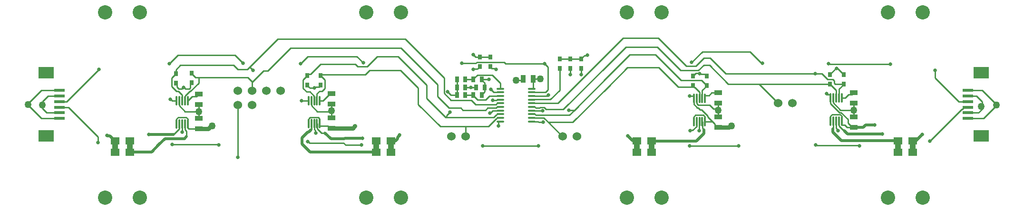
<source format=gbr>
G04*
G04 #@! TF.GenerationSoftware,Altium Limited,Altium Designer,24.10.1 (45)*
G04*
G04 Layer_Physical_Order=1*
G04 Layer_Color=255*
%FSLAX25Y25*%
%MOIN*%
G70*
G04*
G04 #@! TF.SameCoordinates,FEB186AE-86F8-48D3-B7AD-D45B87300DC1*
G04*
G04*
G04 #@! TF.FilePolarity,Positive*
G04*
G01*
G75*
%ADD10C,0.01000*%
%ADD15R,0.11024X0.08268*%
%ADD16R,0.07480X0.02362*%
%ADD17R,0.05512X0.03740*%
%ADD19O,0.05512X0.01378*%
%ADD20R,0.03150X0.03543*%
%ADD21R,0.03740X0.05512*%
%ADD22R,0.03150X0.03937*%
%ADD33O,0.01181X0.06693*%
%AMCUSTOMSHAPE34*
4,1,4,-0.03150,0.02362,-0.03150,-0.02756,0.03150,-0.02756,0.03150,0.02362,-0.03150,0.02362,0.0*%
%ADD34CUSTOMSHAPE34*%

%AMCUSTOMSHAPE35*
4,1,4,0.03150,0.02362,-0.03150,0.02362,-0.03150,-0.02756,0.03150,-0.02756,0.03150,0.02362,0.0*%
%ADD35CUSTOMSHAPE35*%

%ADD36C,0.01968*%
%ADD37C,0.02953*%
%ADD38C,0.03937*%
%ADD39C,0.06000*%
%ADD40C,0.10000*%
%ADD41C,0.02600*%
%ADD42C,0.02598*%
%ADD43C,0.05000*%
D10*
X420284Y71465D02*
X434063Y85244D01*
X456110D01*
X469496Y71858D01*
X420284Y78945D02*
X435638Y94299D01*
X453748D02*
X471464Y76583D01*
X435638Y94299D02*
X453748D01*
X471464Y83276D02*
X471465Y83276D01*
X420284Y87213D02*
X432882Y99811D01*
X454929D02*
X471464Y83276D01*
X432882Y99811D02*
X454929D01*
X455717Y106110D02*
X471464Y90362D01*
X420284Y95284D02*
X431110Y106110D01*
X455717D01*
X324213Y71500D02*
X328000D01*
X331953Y76606D02*
X334000Y74559D01*
Y71594D02*
Y74559D01*
X333906Y71500D02*
X334000Y71594D01*
X331953Y66394D02*
X334000Y68441D01*
X333906Y71500D02*
X334000Y71406D01*
Y68441D02*
Y71406D01*
X331953Y76606D02*
Y77000D01*
X331953Y66000D02*
Y66394D01*
X343500Y47310D02*
X343675Y47484D01*
X344976D01*
X343500Y44500D02*
Y47310D01*
X592500Y50642D02*
Y55500D01*
Y60358D01*
X591305Y66447D02*
X592500Y67642D01*
X588947Y66447D02*
X591305D01*
X586496Y63996D02*
X588947Y66447D01*
X584252Y63996D02*
X586496D01*
X588143Y43358D02*
X591614D01*
X592500D01*
X588488Y46484D02*
X591614Y43358D01*
X586342Y45158D02*
X588143Y43358D01*
X584252Y45242D02*
Y47854D01*
Y45242D02*
X584336Y45158D01*
X586342D01*
X588488Y46484D02*
Y49012D01*
X582716Y53744D02*
X583756D01*
X588488Y49012D01*
X496614Y44244D02*
X497500Y43358D01*
X493533Y47429D02*
X495244Y45718D01*
X495716Y44256D02*
X496706D01*
X495244Y44728D02*
X495716Y44256D01*
X495244Y44728D02*
Y45718D01*
X493023Y67642D02*
X497500D01*
X491208Y65827D02*
X493023Y67642D01*
X497500Y50642D02*
Y55500D01*
Y60358D01*
X496735Y56265D02*
X497500Y55500D01*
X494235Y56265D02*
X496735D01*
X483735Y58968D02*
X491532D01*
X494235Y56265D01*
X402772Y92618D02*
X403848Y93694D01*
X405694D01*
X406000Y94000D01*
X401500Y91543D02*
X402575Y92618D01*
X402772D01*
X401500Y91346D02*
Y91543D01*
Y80500D02*
Y84654D01*
X394000Y80500D02*
Y84654D01*
X339500Y62500D02*
X342469D01*
X342807Y62839D02*
X344976D01*
X342469Y62500D02*
X342807Y62839D01*
X338000Y85803D02*
X339075Y84728D01*
X338000Y85803D02*
Y86000D01*
X339075Y84728D02*
X340839D01*
X341567Y84000D01*
X342000D01*
X329425Y84728D02*
X330500Y85803D01*
X329228Y84728D02*
X329425D01*
X326300Y84300D02*
X328800D01*
X330500Y85803D02*
Y86000D01*
X328800Y84300D02*
X329228Y84728D01*
X326000Y84000D02*
X326300Y84300D01*
X326000Y94500D02*
X327807Y92693D01*
X330500D01*
X368142Y77500D02*
X373000D01*
X359858Y76500D02*
X360858Y77500D01*
X356000Y76500D02*
X359858D01*
X216704Y54500D02*
X226500D01*
Y59858D01*
Y50142D02*
Y54500D01*
X218315Y48856D02*
X218437Y48734D01*
Y44572D02*
X218521Y44488D01*
X225614Y42858D02*
X226500D01*
X210685Y49450D02*
X211767Y50532D01*
X217233D02*
X218315Y49450D01*
X223984Y44488D02*
X225614Y42858D01*
X210685Y48856D02*
Y49450D01*
X210563Y48734D02*
X210685Y48856D01*
X210563Y45929D02*
Y48734D01*
X218315Y48856D02*
Y49450D01*
X218521Y44488D02*
X223984D01*
X218437Y44572D02*
Y48734D01*
X211767Y50532D02*
X217233D01*
X220543Y62071D02*
X225614Y67142D01*
X218437Y62071D02*
X220543D01*
X225614Y67142D02*
X226500D01*
X133500Y54500D02*
Y59358D01*
Y49642D02*
Y54500D01*
X132000Y65142D02*
X133500Y66642D01*
X484933Y81165D02*
X485480Y80618D01*
X484741Y81500D02*
X484933D01*
X481957D02*
X484741D01*
X394000Y91346D02*
X401500D01*
X386500D02*
X394000D01*
X385736D02*
X386500D01*
X368142Y70690D02*
Y77500D01*
X125937Y45858D02*
X125972Y45824D01*
X125902Y45893D02*
X125937Y45858D01*
X126613Y42358D02*
X133500D01*
X125000Y37000D02*
Y40615D01*
X123969Y45858D02*
X124003Y45824D01*
X125972Y43000D02*
Y45824D01*
Y43000D02*
X126613Y42358D01*
X124003Y41611D02*
X125000Y40615D01*
X124003Y41611D02*
Y45824D01*
X471464Y71858D02*
X471465D01*
X469496D02*
X471464D01*
X471465D02*
X479205D01*
X480000Y72654D01*
X471464Y76583D02*
X471465Y76583D01*
X471728Y76319D01*
X486032D01*
X237449Y80500D02*
X250421D01*
X253421Y83500D01*
X275020D01*
X158000Y87000D02*
X161000Y84000D01*
X167500D02*
X169250Y85750D01*
X161000Y84000D02*
X167500D01*
X120610Y87000D02*
X158000D01*
X484933Y81165D02*
Y81500D01*
X484741Y80909D02*
Y81500D01*
X471465Y83276D02*
X483776D01*
X488425Y80618D02*
X489500Y79543D01*
X487500Y87000D02*
X491500D01*
X483776Y83276D02*
X487500Y87000D01*
X485480Y80618D02*
X488425D01*
X475383Y86444D02*
X481944D01*
X487500Y92000D02*
X492000D01*
X481944Y86444D02*
X487500Y92000D01*
X492000D02*
X503000Y81000D01*
X486500Y96500D02*
X520067D01*
X479000Y89000D02*
X486500Y96500D01*
X520067D02*
X528067Y88500D01*
X491500Y87000D02*
X504685Y73815D01*
X526185D01*
X480000Y79543D02*
X481957Y81500D01*
X471465Y83276D02*
X471465D01*
X420283Y95283D02*
X420284Y95284D01*
X385280Y60280D02*
X420283Y95283D01*
X367024Y60280D02*
X385280D01*
X318772Y55500D02*
X334500D01*
X336000Y57000D01*
X342087D01*
X309000D02*
X317272D01*
X318772Y55500D01*
X210226Y78924D02*
Y80338D01*
X307164Y50836D02*
Y51664D01*
X301000Y65000D02*
X309000Y57000D01*
X342087D02*
X342807Y57720D01*
X307164Y51664D02*
X309500Y54000D01*
X307164Y50836D02*
X307744Y50256D01*
X127713Y68744D02*
X133500Y74531D01*
Y78417D01*
X167997D01*
X131429D02*
X133500D01*
X218909Y87606D02*
X237449D01*
X237449D01*
X243354D01*
X211989Y80686D02*
X218909Y87606D01*
X243354D02*
X244929Y86032D01*
X117500Y83890D02*
X120610Y87000D01*
X167997Y78417D02*
X171000Y75414D01*
X128500Y81150D02*
X131331Y78319D01*
X128500Y81346D02*
X131429Y78417D01*
X171000Y75000D02*
Y75414D01*
Y75000D02*
X179000Y83000D01*
X171000Y69000D02*
Y75000D01*
X179000Y83000D02*
X182000D01*
X237449Y105323D02*
X278177D01*
X169250Y85750D02*
X188823Y105323D01*
X237449D01*
X237449D01*
X169250Y85750D02*
X171500Y83500D01*
X119000Y94000D02*
X159000D01*
X113000Y88000D02*
X119000Y94000D01*
X159000D02*
X164500Y88500D01*
X182000Y83000D02*
X198024Y99024D01*
X128500Y81150D02*
Y81346D01*
X219457Y80500D02*
X237449D01*
X219000Y80043D02*
X219457Y80500D01*
X237449D02*
X237449D01*
X244929Y86032D02*
X251622D01*
X210226Y80338D02*
X210575Y80686D01*
X211989D01*
X210000Y93000D02*
X237449D01*
X237449D01*
X244454D01*
X248866Y88587D01*
X205000Y88000D02*
X210000Y93000D01*
X273276Y93118D02*
X288630Y77764D01*
X258709Y93118D02*
X273276D01*
X251622Y86032D02*
X258709Y93118D01*
X275476Y99024D02*
X301000Y73500D01*
X198024Y99024D02*
X237449D01*
X275476D01*
X288630Y77764D02*
X293354Y73039D01*
X301000Y65000D02*
Y73500D01*
X293354Y63646D02*
X306744Y50256D01*
X307744D01*
X293354Y63646D02*
Y73039D01*
X287449Y59551D02*
X303000Y44000D01*
X320500D01*
X287449Y59551D02*
Y71071D01*
X307744Y50256D02*
X340371D01*
X278177Y105323D02*
X305500Y78000D01*
Y67314D02*
Y78000D01*
X275020Y83500D02*
X287449Y71071D01*
X320500Y37000D02*
Y44000D01*
Y35916D02*
Y37000D01*
X308056Y68373D02*
X310429Y66000D01*
X305500Y67314D02*
X310314Y62500D01*
X310429Y66000D02*
X314547D01*
X310314Y62500D02*
X324500D01*
X327500Y59500D01*
X342028D01*
X336675Y44000D02*
X342104Y49429D01*
X320500Y44000D02*
X336675D01*
X503000Y81000D02*
X565500D01*
X570460D01*
X574299Y77161D01*
X471465Y90362D02*
X475383Y86444D01*
X489500Y79346D02*
Y79543D01*
X480000Y79346D02*
Y79543D01*
X526185Y73815D02*
X541276Y58724D01*
X526185Y73815D02*
X576075D01*
X528067Y88500D02*
X528500D01*
X393000Y55500D02*
X396839D01*
X377115Y56000D02*
X389071D01*
X420283Y87213D01*
X420284Y87213D01*
X393339Y52000D02*
X396839Y55500D01*
X369795Y52000D02*
X393339D01*
X396839Y55500D02*
X420283Y78945D01*
X395819Y47000D02*
X420283Y71465D01*
X420284Y71465D01*
X378500Y47000D02*
X395819D01*
X420283Y78945D02*
X420284Y78945D01*
X378500Y47000D02*
X389788Y35712D01*
X375805Y49695D02*
X378500Y47000D01*
X375457Y50043D02*
X375805Y49695D01*
X371485Y47484D02*
X372026Y46943D01*
X367024Y50043D02*
X375457D01*
X372026Y46943D02*
X374943D01*
X471464Y90362D02*
X471465Y90362D01*
X372908Y57556D02*
X375559D01*
X372458Y57106D02*
X372908Y57556D01*
X375559D02*
X377115Y56000D01*
X369807Y57106D02*
X372458D01*
X369193Y57720D02*
X369807Y57106D01*
X367024Y57720D02*
X369193D01*
X374411Y55089D02*
X374500Y55000D01*
X369193Y52602D02*
X369795Y52000D01*
X367024Y55161D02*
X367096Y55089D01*
X374411D01*
X367024Y52602D02*
X369193D01*
X237449Y26189D02*
X237449D01*
X379911Y62911D02*
X386500Y69500D01*
Y85698D01*
X378346Y69846D02*
Y85654D01*
X376529Y68029D02*
X378346Y69846D01*
X581500Y41000D02*
Y41433D01*
X580315Y42618D02*
X581500Y41433D01*
X580315Y42618D02*
Y47854D01*
X582318Y44421D02*
X585739Y41000D01*
X603113Y38787D02*
X603114D01*
X585739Y41000D02*
X586000D01*
X582318Y44421D02*
Y47820D01*
X484460Y41000D02*
X484480Y41020D01*
Y47409D02*
X484500Y47429D01*
X484480Y41020D02*
Y47409D01*
X486503Y42611D02*
X487500Y41615D01*
X486503Y42611D02*
Y47395D01*
X478000Y41000D02*
X478306Y41306D01*
X479807D01*
X482497Y43996D01*
X214622Y41894D02*
X215194Y41322D01*
Y39806D02*
Y41322D01*
X214535Y42731D02*
X214622Y42644D01*
X212382Y41716D02*
X212497Y41831D01*
X214535Y42731D02*
Y45895D01*
X214500Y45929D02*
X214535Y45895D01*
X214622Y41894D02*
Y42644D01*
X212497Y41831D02*
Y45895D01*
X212532Y45929D01*
X215194Y39806D02*
X215500Y39500D01*
X234949Y32500D02*
X236535Y30913D01*
X211386Y32500D02*
X234949D01*
X210000Y33500D02*
X210386D01*
X211386Y32500D01*
X216503Y42496D02*
X219499Y39500D01*
X222000D01*
X216503Y42496D02*
Y45895D01*
X235700Y35256D02*
X236082Y35638D01*
X161000Y22500D02*
Y59000D01*
X122000Y40000D02*
Y45858D01*
X105795Y31307D02*
X105795Y31307D01*
X105795Y38394D02*
X105795D01*
X115966D02*
X119997Y42425D01*
X115250Y31250D02*
X147250D01*
X147500Y31000D01*
X115000Y31500D02*
X115250Y31250D01*
X236535Y30913D02*
X247685D01*
X649571Y78158D02*
X666244Y61484D01*
X672583D01*
X649571Y78158D02*
Y83276D01*
X646028Y33721D02*
X668338Y56032D01*
X646028Y33669D02*
Y33721D01*
X42169Y57531D02*
X62882Y36819D01*
Y32882D02*
Y36819D01*
X35902Y57531D02*
X42169D01*
X41075Y61468D02*
X63669Y84063D01*
X35902Y61468D02*
X41075D01*
X672583Y61484D02*
X672598Y61469D01*
X477500Y30500D02*
X512000D01*
X575197Y87803D02*
X618272D01*
X618469Y87606D01*
X575000Y88000D02*
X575197Y87803D01*
X566000Y31000D02*
X566250Y30750D01*
X596250D01*
X596500Y30500D01*
X376000Y88000D02*
X378346Y85654D01*
X347700Y89028D02*
X348728Y88000D01*
X376000D01*
X328405Y89028D02*
X347700D01*
X367096Y68029D02*
X376529D01*
X367024Y65398D02*
X378398D01*
X367096Y62911D02*
X379911D01*
X332500Y30500D02*
X371500D01*
X318000Y88500D02*
X327877D01*
X328405Y89028D01*
X330500Y92693D02*
X338000D01*
X367024Y47484D02*
X371485D01*
X367024Y62839D02*
X367096Y62911D01*
X367024Y67957D02*
X367096Y68029D01*
X367967Y70516D02*
X368142Y70690D01*
X367024Y70516D02*
X367967D01*
X314500Y71500D02*
Y77000D01*
Y71500D02*
X314547Y71453D01*
Y66000D02*
Y71453D01*
X331953Y77000D02*
X337000D01*
X328878Y80224D02*
X339276D01*
X344976Y74524D01*
Y70516D02*
Y74524D01*
X337933Y53500D02*
X339522Y55089D01*
X344904D01*
X337500Y53500D02*
X337933D01*
X344904Y55089D02*
X344976Y55161D01*
X342104Y51988D02*
X342193D01*
X342807Y52602D01*
X340371Y50256D02*
X342104Y51988D01*
X342193Y49429D02*
X342807Y50043D01*
X342104Y49429D02*
X342193D01*
X342807Y50043D02*
X344976D01*
X342807Y52602D02*
X344976D01*
X340433Y68029D02*
X344904D01*
X338462Y70000D02*
X340433Y68029D01*
X338444Y70000D02*
X338462D01*
X344904Y68029D02*
X344976Y67957D01*
X320406Y71500D02*
X324213D01*
X337154Y65398D02*
X344976D01*
X334532Y62776D02*
X337154Y65398D01*
X328878Y62776D02*
X334532D01*
X326047Y65606D02*
X328878Y62776D01*
X326047Y65606D02*
Y66000D01*
X326047Y77394D02*
X328878Y80224D01*
X326047Y77000D02*
Y77394D01*
X320453Y66000D02*
X326047D01*
X320406Y77000D02*
X326047D01*
X342028Y59500D02*
X342807Y60280D01*
X344976D01*
X342807Y57720D02*
X344976D01*
X633823Y34063D02*
X636185D01*
X582284Y47854D02*
X582318Y47820D01*
X578347Y42772D02*
Y47854D01*
X577852Y42277D02*
X578347Y42772D01*
X682500Y56000D02*
Y61500D01*
X580707Y84824D02*
X581219D01*
X580194D02*
X580707D01*
X576378Y63996D02*
Y66168D01*
X576294Y66252D02*
X576378Y66168D01*
X574248Y66252D02*
X576294D01*
X573500Y67000D02*
X574248Y66252D01*
X576413Y60048D02*
Y63961D01*
X576378Y63996D02*
X576413Y63961D01*
Y60048D02*
X582716Y53744D01*
X578381Y60563D02*
X583444Y55500D01*
X592500D01*
X578381Y60563D02*
Y63961D01*
X577582Y52457D02*
X583048D01*
X578347Y63996D02*
X578381Y63961D01*
X584217Y47889D02*
Y51288D01*
X583048Y52457D02*
X584217Y51288D01*
Y47889D02*
X584252Y47854D01*
X576413Y51288D02*
X577582Y52457D01*
X576413Y47889D02*
Y51288D01*
X576378Y47854D02*
X576413Y47889D01*
X576075Y80705D02*
X580194Y84824D01*
X585500Y80346D02*
Y80543D01*
X581219Y84824D02*
X585500Y80543D01*
X576075Y80508D02*
Y80705D01*
X577851Y77161D02*
X578905Y76107D01*
Y74239D02*
X579491Y73654D01*
X578905Y74239D02*
Y76107D01*
X579491Y73654D02*
X585500D01*
X574299Y77161D02*
X577851D01*
X585500Y73457D02*
Y73654D01*
X576075Y73618D02*
Y73815D01*
X489500Y72457D02*
Y72851D01*
X486032Y76319D02*
X489500Y72851D01*
X576075Y73618D02*
X580315Y69378D01*
Y63996D02*
Y69378D01*
X582284Y63996D02*
Y70240D01*
X585500Y73457D01*
X437606Y34063D02*
X440756D01*
X482497Y43996D02*
Y47395D01*
X482532Y47429D01*
X486469D02*
X486503Y47395D01*
X477500Y65500D02*
X480479D01*
X480563Y63571D02*
Y65416D01*
X480479Y65500D02*
X480563Y65416D01*
X482566Y60137D02*
X483735Y58968D01*
X482566Y60137D02*
Y63536D01*
X482532Y63571D02*
X482566Y63536D01*
X483523Y57213D02*
X484934Y55801D01*
X480598Y59623D02*
X483008Y57213D01*
X483523D01*
X480598Y59623D02*
Y63536D01*
X490283Y50689D02*
X493543Y47429D01*
X485947Y55801D02*
X490283Y51465D01*
Y50689D02*
Y51465D01*
X484934Y55801D02*
X485947D01*
X480563Y63571D02*
X480598Y63536D01*
X481272Y71382D02*
X484500Y68154D01*
Y63571D02*
Y68154D01*
X481075Y71382D02*
X481272D01*
X480000Y72457D02*
X481075Y71382D01*
X480000Y72457D02*
Y72654D01*
X486469Y69425D02*
X489500Y72457D01*
X486469Y63571D02*
Y69425D01*
X488437Y65743D02*
X488521Y65827D01*
X491208D01*
X488437Y63571D02*
Y65743D01*
Y47429D02*
X493543D01*
X488402Y47464D02*
X488437Y47429D01*
X488402Y47464D02*
Y50863D01*
X481767Y52032D02*
X487233D01*
X480598Y50862D02*
X481767Y52032D01*
X480598Y47464D02*
Y50862D01*
X480563Y47429D02*
X480598Y47464D01*
X487233Y52032D02*
X488402Y50863D01*
X268158Y34063D02*
X271091D01*
X271484Y33669D01*
X216469Y45929D02*
X216503Y45895D01*
X210492Y62000D02*
X210563Y62071D01*
X205500Y62000D02*
X210492D01*
X212566Y58637D02*
X216704Y54500D01*
X212566Y58637D02*
Y62036D01*
X212532Y62071D02*
X212566Y62036D01*
X219000Y79847D02*
Y80043D01*
Y79650D02*
X221831Y76819D01*
Y70862D02*
Y76819D01*
X219859Y68889D02*
X221831Y70862D01*
X218441Y68889D02*
X219859D01*
X216469Y66917D02*
X218441Y68889D01*
X216469Y62071D02*
Y66917D01*
X214465Y62105D02*
X214500Y62071D01*
X214465Y62105D02*
Y65504D01*
X211671Y68298D02*
X214465Y65504D01*
X209233Y68298D02*
X211671D01*
X206669Y70862D02*
X209233Y68298D01*
X206669Y70862D02*
Y76819D01*
X209500Y79650D01*
Y79847D01*
X215815Y71882D02*
X217925D01*
X214933Y71000D02*
X215815Y71882D01*
X219000Y72957D02*
Y73154D01*
X217925Y71882D02*
X219000Y72957D01*
X214500Y71000D02*
X214933D01*
X209500Y72957D02*
X210575Y71882D01*
X210772D01*
X211653Y71000D02*
X214500D01*
X209500Y72957D02*
Y73154D01*
X210772Y71882D02*
X211653Y71000D01*
X125902Y45893D02*
Y49292D01*
X124733Y50461D02*
X125902Y49292D01*
X119267Y50461D02*
X124733D01*
X118098Y45893D02*
Y49292D01*
X118063Y45858D02*
X118098Y45893D01*
Y49292D02*
X119267Y50461D01*
X114933Y62000D02*
X118063D01*
X113933Y63000D02*
X114933Y62000D01*
X113500Y63000D02*
X113933D01*
X119997Y42425D02*
Y45824D01*
X124133Y54500D02*
X133500D01*
X119997Y45824D02*
X120031Y45858D01*
X120066Y58567D02*
X124133Y54500D01*
X120031Y62000D02*
X120066Y61965D01*
Y58567D02*
Y61965D01*
X123000Y71500D02*
X123433D01*
X122567D02*
X123000D01*
X123969Y62000D02*
X124003Y62035D01*
Y65433D01*
X127314Y68744D01*
X127572Y73725D02*
X128500Y74654D01*
X127572Y71086D02*
Y73725D01*
X126986Y70500D02*
X127572Y71086D01*
X124433Y70500D02*
X126986D01*
X127314Y68744D02*
X127713D01*
X121965Y62035D02*
X122000Y62000D01*
X119169Y68744D02*
X121965Y65948D01*
X114669Y72208D02*
X118133Y68744D01*
X114669Y78165D02*
X117500Y80996D01*
X114669Y72208D02*
Y78165D01*
X118133Y68744D02*
X119169D01*
X121965Y62035D02*
Y65948D01*
X117500Y80996D02*
Y81193D01*
X118186Y71814D02*
Y73814D01*
X117500Y74500D02*
X118186Y73814D01*
Y71814D02*
X119500Y70500D01*
X121567D01*
X117500Y81193D02*
Y83890D01*
X121567Y70500D02*
X122567Y71500D01*
X123433D02*
X124433Y70500D01*
X668338Y56032D02*
X668539D01*
X670039Y57532D01*
X672598D01*
X129079Y65142D02*
X132000D01*
X125937Y62000D02*
X129079Y65142D01*
X24000Y59043D02*
Y61500D01*
Y56586D02*
Y59043D01*
X692586Y59000D02*
Y59414D01*
Y58586D02*
Y59000D01*
X13914Y59500D02*
Y59914D01*
Y59086D02*
Y59500D01*
X23343Y49657D02*
X35902D01*
X13914Y59086D02*
X23343Y49657D01*
X13914Y59914D02*
X23343Y69343D01*
X35902D01*
X26991Y53594D02*
X35902D01*
X24000Y56586D02*
X26991Y53594D01*
X24000Y61500D02*
X27905Y65405D01*
X35902D01*
X682657Y69343D02*
X692586Y59414D01*
X672598Y49658D02*
X683658D01*
X692586Y58586D01*
X672598Y69343D02*
X682657D01*
X680095Y53595D02*
X682500Y56000D01*
X672598Y53595D02*
X680095D01*
X672598Y65406D02*
X678594D01*
X682500Y61500D01*
D15*
X681850Y81744D02*
D03*
Y37256D02*
D03*
X26650D02*
D03*
Y81744D02*
D03*
D16*
X672598Y69343D02*
D03*
Y65406D02*
D03*
Y61469D02*
D03*
Y57532D02*
D03*
Y53595D02*
D03*
Y49658D02*
D03*
X35902Y49657D02*
D03*
Y53594D02*
D03*
Y57531D02*
D03*
Y61468D02*
D03*
Y65405D02*
D03*
Y69343D02*
D03*
D17*
X226500Y42858D02*
D03*
Y50142D02*
D03*
Y67142D02*
D03*
Y59858D02*
D03*
X592500Y43358D02*
D03*
Y50642D02*
D03*
Y60358D02*
D03*
Y67642D02*
D03*
X497500Y43358D02*
D03*
Y50642D02*
D03*
Y60358D02*
D03*
Y67642D02*
D03*
X133500Y42358D02*
D03*
Y49642D02*
D03*
Y66642D02*
D03*
Y59358D02*
D03*
D19*
X367024Y70516D02*
D03*
Y67957D02*
D03*
Y65398D02*
D03*
Y62839D02*
D03*
Y60280D02*
D03*
Y57720D02*
D03*
Y55161D02*
D03*
Y52602D02*
D03*
Y50043D02*
D03*
Y47484D02*
D03*
X344976D02*
D03*
Y50043D02*
D03*
Y52602D02*
D03*
Y55161D02*
D03*
Y57720D02*
D03*
Y60280D02*
D03*
Y62839D02*
D03*
Y65398D02*
D03*
Y67957D02*
D03*
Y70516D02*
D03*
D20*
X480000Y72654D02*
D03*
Y79346D02*
D03*
X489500D02*
D03*
Y72654D02*
D03*
X128500Y74654D02*
D03*
Y81346D02*
D03*
X401500Y91346D02*
D03*
Y84654D02*
D03*
X394000D02*
D03*
Y91346D02*
D03*
X386500Y84654D02*
D03*
Y91346D02*
D03*
X117500Y74500D02*
D03*
Y81193D02*
D03*
X219000Y79847D02*
D03*
Y73154D02*
D03*
X338000Y86000D02*
D03*
Y92693D02*
D03*
X330500Y86000D02*
D03*
Y92693D02*
D03*
X576075Y73815D02*
D03*
Y80508D02*
D03*
X585500Y80346D02*
D03*
Y73654D02*
D03*
X209500Y79847D02*
D03*
Y73154D02*
D03*
D21*
X368142Y77500D02*
D03*
X360858D02*
D03*
D22*
X320406Y77000D02*
D03*
X314500D02*
D03*
X320406Y71500D02*
D03*
X314500D02*
D03*
X320453Y66000D02*
D03*
X314547D02*
D03*
X331953Y77000D02*
D03*
X326047D02*
D03*
X333906Y71500D02*
D03*
X328000D02*
D03*
X331953Y66000D02*
D03*
X326047D02*
D03*
D33*
X218437Y62071D02*
D03*
X216469D02*
D03*
X214500D02*
D03*
X212532D02*
D03*
X210563D02*
D03*
Y45929D02*
D03*
X212532D02*
D03*
X214500D02*
D03*
X216469D02*
D03*
X218437D02*
D03*
X125937Y62000D02*
D03*
X123969D02*
D03*
X122000D02*
D03*
X120031D02*
D03*
X118063D02*
D03*
Y45858D02*
D03*
X120031D02*
D03*
X122000D02*
D03*
X123969D02*
D03*
X125937D02*
D03*
X488437Y47429D02*
D03*
X486469D02*
D03*
X484500D02*
D03*
X482532D02*
D03*
X480563D02*
D03*
Y63571D02*
D03*
X482532D02*
D03*
X484500D02*
D03*
X486469D02*
D03*
X488437D02*
D03*
X584252Y47854D02*
D03*
X582284D02*
D03*
X580315D02*
D03*
X578347D02*
D03*
X576378D02*
D03*
Y63996D02*
D03*
X578347D02*
D03*
X580315D02*
D03*
X582284D02*
D03*
X584252D02*
D03*
D34*
X75087Y34063D02*
D03*
X85323D02*
D03*
X633823D02*
D03*
X450992D02*
D03*
X268158D02*
D03*
X623587D02*
D03*
X440756D02*
D03*
X257921D02*
D03*
D35*
X75087Y26189D02*
D03*
X85323D02*
D03*
X633823D02*
D03*
X450992D02*
D03*
X268158D02*
D03*
X623587D02*
D03*
X440756D02*
D03*
X257921D02*
D03*
D36*
X592500Y43358D02*
X599182D01*
X600910Y45087D01*
X607445D01*
X471464Y33669D02*
X471465D01*
X450992Y34063D02*
X451386Y33669D01*
X471464D01*
X471465D02*
X482169D01*
X487500Y39000D01*
X237449Y26189D02*
X257921D01*
X211696D02*
X237449D01*
X206000Y31885D02*
X211696Y26189D01*
X577852Y40034D02*
Y42277D01*
X583822Y34063D02*
X623587D01*
X577852Y40034D02*
X583822Y34063D01*
X588213Y38787D02*
X603113D01*
X603114D02*
X612563D01*
X586000Y41000D02*
X588213Y38787D01*
X487500Y39000D02*
Y41615D01*
X274457Y37829D02*
Y38000D01*
X273047Y35232D02*
Y36420D01*
X274457Y37829D01*
X271484Y33669D02*
X273047Y35232D01*
X210000Y40000D02*
X210686D01*
X206000Y36000D02*
X210000Y40000D01*
X212382Y41696D02*
Y41716D01*
X210686Y40000D02*
X212382Y41696D01*
X206000Y31885D02*
Y36000D01*
X226244Y35256D02*
X235700D01*
X222000Y39500D02*
X226244Y35256D01*
X236082Y35638D02*
X237449D01*
X248472D01*
X123500Y35500D02*
X125000Y37000D01*
X109988Y35500D02*
X123500D01*
X71389Y37486D02*
X74811Y34063D01*
X69181Y37606D02*
X69302Y37486D01*
X71389D01*
X105795Y31307D02*
X109988Y35500D01*
X100677Y26189D02*
X105795Y31307D01*
X85323Y26189D02*
X100677D01*
X98709Y38394D02*
X105795D01*
X105795D02*
X115966D01*
X636185Y34063D02*
X640516Y38394D01*
X434188Y37481D02*
X437606Y34063D01*
D37*
X497705Y43358D02*
X505304D01*
X506446Y44500D02*
X507000D01*
X497602Y43256D02*
X497705Y43358D01*
X505304D02*
X506446Y44500D01*
X241520Y42858D02*
X242961Y44299D01*
X226500Y42858D02*
X241520D01*
X133500Y42358D02*
X140325D01*
X142466Y44500D01*
X143000D01*
D38*
X257921Y26189D02*
Y34063D01*
X633823Y26189D02*
Y34063D01*
X623587Y26189D02*
Y34063D01*
X450992Y26189D02*
Y34063D01*
X440756Y26189D02*
Y34063D01*
X268158Y26189D02*
Y34063D01*
X85323Y26189D02*
Y34063D01*
X75087Y26189D02*
Y34063D01*
D39*
X549500Y60500D02*
D03*
X539500D02*
D03*
X398500Y37000D02*
D03*
X388500D02*
D03*
X320500D02*
D03*
X310500D02*
D03*
X171000Y69000D02*
D03*
X191000D02*
D03*
X181000D02*
D03*
X161000D02*
D03*
Y59000D02*
D03*
X171000D02*
D03*
D40*
X640909Y124221D02*
D03*
X616500D02*
D03*
X640909Y-6095D02*
D03*
X616500D02*
D03*
X458079D02*
D03*
X433669D02*
D03*
X458079Y124221D02*
D03*
X433669D02*
D03*
X275244Y-6095D02*
D03*
X250835D02*
D03*
X275244Y124221D02*
D03*
X250835D02*
D03*
X92409Y-6095D02*
D03*
X68000D02*
D03*
X92409Y124221D02*
D03*
X68000D02*
D03*
D41*
X343500Y44500D02*
D03*
X406000Y94000D02*
D03*
X401500Y80500D02*
D03*
X394000D02*
D03*
X339500Y62500D02*
D03*
X342000Y84000D02*
D03*
X326000D02*
D03*
X484741Y80909D02*
D03*
X309500Y54000D02*
D03*
X113000Y88000D02*
D03*
X171500Y83500D02*
D03*
X248866Y88587D02*
D03*
X308056Y68373D02*
D03*
X528500Y88500D02*
D03*
X393000Y55500D02*
D03*
X374943Y46943D02*
D03*
X374500Y55000D02*
D03*
X581500Y41000D02*
D03*
X484460D02*
D03*
X478000D02*
D03*
X274457Y38000D02*
D03*
X215500Y39500D02*
D03*
X69181Y37606D02*
D03*
X565500Y81000D02*
D03*
X161000Y22500D02*
D03*
X164500Y88500D02*
D03*
X242961Y44299D02*
D03*
X122000Y40000D02*
D03*
X98709Y38394D02*
D03*
X115000Y31500D02*
D03*
X210000Y33500D02*
D03*
X247685Y30913D02*
D03*
X248472Y35638D02*
D03*
X649571Y83276D02*
D03*
X646028Y33669D02*
D03*
X62882Y32882D02*
D03*
X63669Y84063D02*
D03*
X147500Y31000D02*
D03*
X477500Y30500D02*
D03*
X618469Y87606D02*
D03*
X566000Y31000D02*
D03*
X596500Y30500D02*
D03*
X512000D02*
D03*
X378500Y66000D02*
D03*
X376000Y88000D02*
D03*
X371500Y30500D02*
D03*
X332500D02*
D03*
X318000Y88500D02*
D03*
X326000Y94500D02*
D03*
X337000Y77000D02*
D03*
X337500Y53500D02*
D03*
X338444Y70000D02*
D03*
X324213Y71500D02*
D03*
X640516Y38394D02*
D03*
X612563Y38787D02*
D03*
X575000Y88000D02*
D03*
X573500Y67000D02*
D03*
X580707Y84824D02*
D03*
X479000Y89000D02*
D03*
X434188Y37481D02*
D03*
X477500Y65500D02*
D03*
X205000Y88000D02*
D03*
X205500Y62000D02*
D03*
X214500Y71000D02*
D03*
X113500Y63000D02*
D03*
X123000Y71500D02*
D03*
D42*
X607445Y45087D02*
D03*
D43*
X507000Y44500D02*
D03*
X226500Y55000D02*
D03*
X143000Y44500D02*
D03*
X133500Y54500D02*
D03*
X373000Y77500D02*
D03*
X356000Y76500D02*
D03*
X497500Y55500D02*
D03*
X24000Y59043D02*
D03*
X13914Y59500D02*
D03*
X682000Y58000D02*
D03*
X692586Y59000D02*
D03*
X592500Y55500D02*
D03*
M02*

</source>
